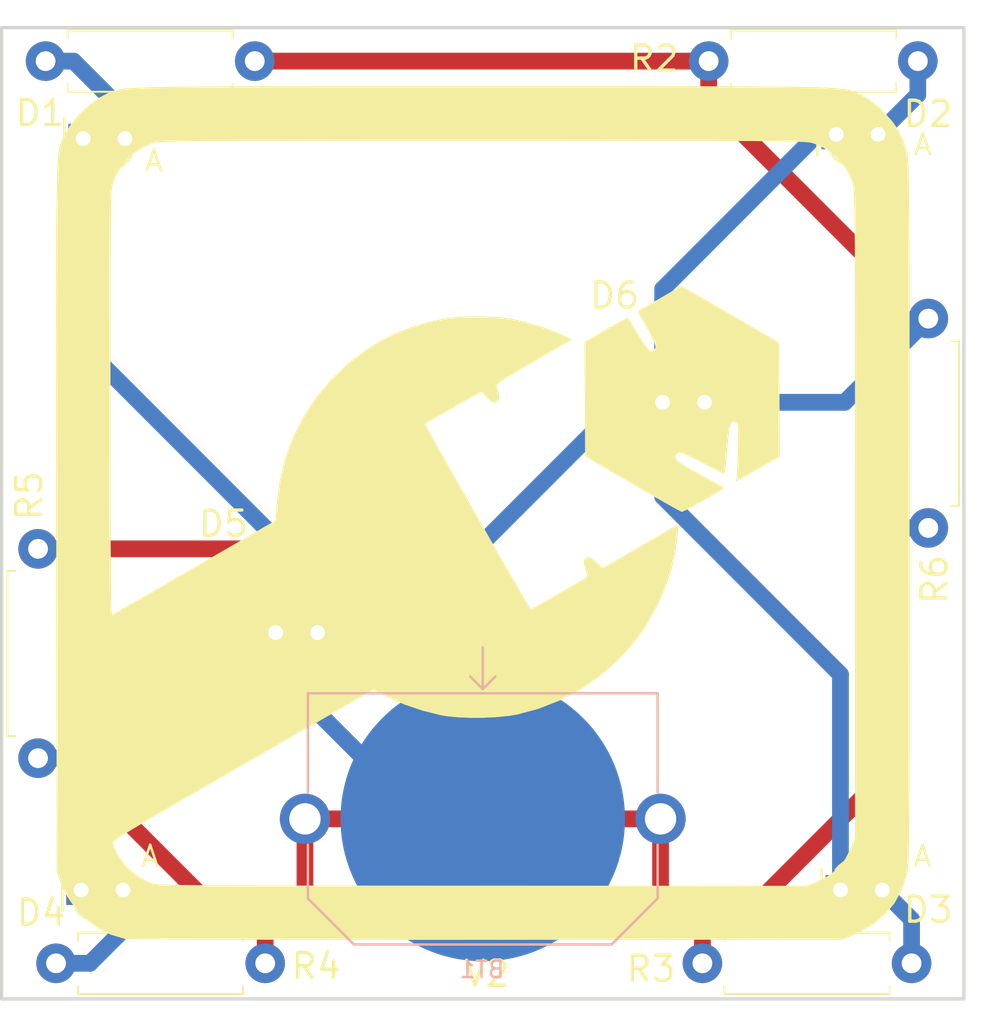
<source format=kicad_pcb>
(kicad_pcb (version 20211014) (generator pcbnew)
  (layers (0 "F.Cu" signal) (31 "B.Cu" signal) (34 "B.Paste" user) (35 "F.Paste" user) (36 "B.SilkS" user "B.Silkscreen") (37 "F.SilkS" user "F.Silkscreen") (38 "B.Mask" user) (39 "F.Mask" user) (44 "Edge.Cuts" user))
  (net 0 "")
  (net 1 "GND")
  (net 2 "Net-(D1-Pad2)")
  (net 3 "Net-(D2-Pad2)")
  (net 4 "Net-(D3-Pad2)")
  (net 5 "Net-(D4-Pad2)")
  (net 6 "Net-(D5-Pad2)")
  (net 7 "Net-(D6-Pad2)")
  (net 8 "Net-(BT1-Pad1)")
  (footprint "km-noob-badge-kit:km-logo" (layer "F.Cu") (at 150.368 83.566)
    (fp_text reference "KM_LOGO1" hide)
    (fp_text value "KM LOGO FOOTPRINT" hide)
    (fp_poly (pts (xy 17.991667 -10.353404) (xy 18.011727 -6.891202) (xy 18.031786 -3.429) (xy 17.208232 -2.963333) (xy 16.809195 -2.73729) (xy 16.403742 -2.506921) (xy 16.050792 -2.305732) (xy 15.88595 -2.211366) (xy 15.387222 -1.925066) (xy 15.440676 -2.465366) (xy 15.461161 -2.758837) (xy 15.479056 -3.17421) (xy 15.493341 -3.664062) (xy 15.502997 -4.18097) (xy 15.507005 -4.67751) (xy 15.504344 -5.106259) (xy 15.500791 -5.261441) (xy 15.438558 -5.459083) (xy 15.299872 -5.551936) (xy 15.134802 -5.513036) (xy 15.095433 -5.479719) (xy 15.034007 -5.35175) (xy 14.974165 -5.08787) (xy 14.914859 -4.680415) (xy 14.855043 -4.121724) (xy 14.793668 -3.404131) (xy 14.771113 -3.1071) (xy 14.740742 -2.779606) (xy 14.705879 -2.531546) (xy 14.672212 -2.399311) (xy 14.658612 -2.387433) (xy 14.567801 -2.432315) (xy 14.351534 -2.540955) (xy 14.035351 -2.700472) (xy 13.644792 -2.897983) (xy 13.27596 -3.084829) (xy 12.787709 -3.32973) (xy 12.426841 -3.503021) (xy 12.171505 -3.613109) (xy 11.999848 -3.6684) (xy 11.890019 -3.677302) (xy 11.820165 -3.64822) (xy 11.817381 -3.645962) (xy 11.717675 -3.543593) (xy 11.680163 -3.44002) (xy 11.717054 -3.32501) (xy 11.840557 -3.18833) (xy 12.062882 -3.019745) (xy 12.396239 -2.809023) (xy 12.852837 -2.545929) (xy 13.444886 -2.220231) (xy 13.6525 -2.107832) (xy 14.018382 -1.906989) (xy 14.323205 -1.733451) (xy 14.539615 -1.603264) (xy 14.64026 -1.532473) (xy 14.644153 -1.526133) (xy 14.572788 -1.466812) (xy 14.381584 -1.344413) (xy 14.100101 -1.175562) (xy 13.757901 -0.976884) (xy 13.384547 -0.765007) (xy 13.0096 -0.556556) (xy 12.662622 -0.368159) (xy 12.373173 -0.216442) (xy 12.170817 -0.118031) (xy 12.08844 -0.088719) (xy 11.993637 -0.131025) (xy 11.769218 -0.24996) (xy 11.431529 -0.436307) (xy 10.996916 -0.680852) (xy 10.481725 -0.974379) (xy 9.902301 -1.307674) (xy 9.274991 -1.671521) (xy 9.101667 -1.772555) (xy 6.223 -3.452337) (xy 6.200902 -6.924326) (xy 6.178803 -10.396315) (xy 7.440174 -11.124824) (xy 7.857721 -11.363601) (xy 8.225543 -11.569445) (xy 8.51824 -11.728502) (xy 8.710411 -11.826918) (xy 8.774606 -11.852681) (xy 8.854838 -11.7846) (xy 8.97702 -11.612101) (xy 9.047512 -11.492848) (xy 9.253144 -11.138092) (xy 9.477319 -10.775357) (xy 9.699119 -10.435786) (xy 9.897623 -10.150519) (xy 10.051915 -9.950697) (xy 10.138834 -9.868234) (xy 10.334811 -9.863004) (xy 10.469619 -9.983566) (xy 10.496439 -10.105558) (xy 10.451414 -10.278899) (xy 10.326851 -10.570796) (xy 10.134614 -10.957258) (xy 9.886569 -11.414295) (xy 9.627476 -11.862676) (xy 9.395768 -12.253019) (xy 10.391718 -12.826802) (xy 10.793769 -13.058473) (xy 11.174469 -13.27792) (xy 11.493573 -13.461938) (xy 11.710834 -13.587322) (xy 11.727523 -13.596963) (xy 12.067379 -13.793342) (xy 17.991667 -10.353404)) (layer "F.SilkS") (width 0.01) (fill solid))
    (fp_poly (pts (xy -6.08759 -25.905587) (xy -4.110666 -25.905372) (xy -1.9762 -25.905146) (xy 0 -25.90506) (xy 2.275696 -25.905172) (xy 4.388384 -25.905405) (xy 6.344391 -25.905607) (xy 8.150043 -25.905622) (xy 9.811666 -25.905299) (xy 11.335585 -25.904482) (xy 12.728128 -25.903018) (xy 13.995619 -25.900753) (xy 15.144385 -25.897534) (xy 16.180752 -25.893207) (xy 17.111045 -25.887619) (xy 17.941592 -25.880615) (xy 18.678717 -25.872041) (xy 19.328746 -25.861745) (xy 19.898007 -25.849573) (xy 20.392824 -25.83537) (xy 20.819524 -25.818984) (xy 21.184432 -25.800259) (xy 21.493875 -25.779044) (xy 21.754179 -25.755183) (xy 21.971669 -25.728524) (xy 22.152672 -25.698912) (xy 22.303514 -25.666194) (xy 22.43052 -25.630216) (xy 22.540017 -25.590825) (xy 22.63833 -25.547866) (xy 22.731786 -25.501187) (xy 22.82671 -25.450633) (xy 22.929429 -25.39605) (xy 23.029334 -25.345521) (xy 23.422265 -25.127828) (xy 23.788781 -24.862978) (xy 24.180289 -24.512049) (xy 24.344759 -24.34959) (xy 24.864654 -23.772007) (xy 25.254087 -23.20452) (xy 25.541452 -22.598583) (xy 25.740746 -21.962871) (xy 25.758357 -21.891479) (xy 25.774687 -21.815924) (xy 25.789784 -21.729852) (xy 25.803697 -21.62691) (xy 25.816473 -21.500743) (xy 25.828161 -21.344997) (xy 25.838809 -21.15332) (xy 25.848467 -20.919356) (xy 25.857181 -20.636752) (xy 25.865002 -20.299154) (xy 25.871976 -19.900209) (xy 25.878153 -19.433562) (xy 25.883581 -18.89286) (xy 25.888308 -18.271748) (xy 25.892382 -17.563874) (xy 25.895853 -16.762882) (xy 25.898767 -15.86242) (xy 25.901175 -14.856133) (xy 25.903124 -13.737667) (xy 25.904662 -12.500669) (xy 25.905838 -11.138785) (xy 25.9067 -9.645661) (xy 25.907297 -8.014942) (xy 25.907678 -6.240276) (xy 25.907889 -4.315309) (xy 25.907981 -2.233685) (xy 25.908 0) (xy 25.907983 2.24351) (xy 25.9079 4.324044) (xy 25.907702 6.247957) (xy 25.907339 8.021607) (xy 25.906763 9.651349) (xy 25.905924 11.143541) (xy 25.904773 12.504539) (xy 25.903262 13.740699) (xy 25.901341 14.858379) (xy 25.898961 15.863934) (xy 25.896073 16.763721) (xy 25.892628 17.564097) (xy 25.888578 18.271418) (xy 25.883872 18.892041) (xy 25.878461 19.432322) (xy 25.872298 19.898618) (xy 25.865332 20.297286) (xy 25.857515 20.634682) (xy 25.848797 20.917162) (xy 25.83913 21.151083) (xy 25.828464 21.342802) (xy 25.816751 21.498676) (xy 25.80394 21.625059) (xy 25.789984 21.728311) (xy 25.774833 21.814786) (xy 25.758438 21.890841) (xy 25.74075 21.962834) (xy 25.738384 21.972107) (xy 25.430761 22.867758) (xy 24.991747 23.659135) (xy 24.419371 24.34835) (xy 23.711661 24.937511) (xy 22.866648 25.428731) (xy 22.271406 25.685608) (xy 21.801667 25.865667) (xy 0.211667 25.878045) (xy -1.692925 25.87887) (xy -3.555173 25.879154) (xy -5.36783 25.878914) (xy -7.123648 25.878169) (xy -8.815381 25.876938) (xy -10.435779 25.875239) (xy -11.977597 25.873091) (xy -13.433585 25.870512) (xy -14.796496 25.867521) (xy -16.059084 25.864136) (xy -17.214099 25.860376) (xy -18.254296 25.856259) (xy -19.172425 25.851805) (xy -19.961239 25.84703) (xy -20.613491 25.841955) (xy -21.121933 25.836598) (xy -21.479318 25.830976) (xy -21.678398 25.825109) (xy -21.717 25.821958) (xy -22.575544 25.564151) (xy -23.376123 25.157853) (xy -24.100888 24.619084) (xy -24.731988 23.963864) (xy -25.251573 23.208216) (xy -25.641793 22.36816) (xy -25.677408 22.267334) (xy -25.865666 21.717) (xy -25.887805 0.274412) (xy -25.890283 -2.015532) (xy -25.892719 -4.14243) (xy -25.894965 -6.112567) (xy -25.895563 -6.682279) (xy -22.606 -6.682279) (xy -22.605754 -4.896738) (xy -22.604979 -3.273787) (xy -22.60362 -1.806684) (xy -22.601621 -0.488687) (xy -22.598926 0.686948) (xy -22.59548 1.726961) (xy -22.591227 2.638097) (xy -22.586112 3.427096) (xy -22.580079 4.100702) (xy -22.573073 4.665657) (xy -22.565037 5.128703) (xy -22.555916 5.496583) (xy -22.545656 5.776039) (xy -22.534199 5.973813) (xy -22.521491 6.096649) (xy -22.507476 6.151287) (xy -22.500166 6.155229) (xy -22.410531 6.106438) (xy -22.186655 5.979935) (xy -21.840873 5.7828) (xy -21.385517 5.522117) (xy -20.83292 5.204965) (xy -20.195415 4.838429) (xy -19.485336 4.429588) (xy -18.715016 3.985526) (xy -17.896787 3.513323) (xy -17.483666 3.274719) (xy -12.573 0.437764) (xy -12.516393 -0.462279) (xy -12.344022 -1.887677) (xy -12.013149 -3.264683) (xy -11.53027 -4.582976) (xy -10.90188 -5.832235) (xy -10.134474 -7.002141) (xy -9.23455 -8.082374) (xy -8.208601 -9.062613) (xy -7.063124 -9.932539) (xy -6.230276 -10.449529) (xy -5.344216 -10.892164) (xy -4.349737 -11.280942) (xy -3.304171 -11.596649) (xy -2.26485 -11.820071) (xy -2.032 -11.856488) (xy -1.501243 -11.909662) (xy -0.861209 -11.937421) (xy -0.167869 -11.940447) (xy 0.522809 -11.919421) (xy 1.154856 -11.875025) (xy 1.651 -11.811654) (xy 2.259272 -11.683858) (xy 2.94314 -11.501904) (xy 3.642039 -11.284647) (xy 4.295405 -11.050941) (xy 4.842673 -10.81964) (xy 4.852656 -10.814914) (xy 5.429645 -10.541) (xy 3.116989 -9.210917) (xy 2.436668 -8.815621) (xy 1.865872 -8.475575) (xy 1.412634 -8.195851) (xy 1.084984 -7.981521) (xy 0.890955 -7.837654) (xy 0.837452 -7.771583) (xy 0.950771 -7.350411) (xy 0.993045 -7.058581) (xy 0.966642 -6.872841) (xy 0.934389 -6.819348) (xy 0.761671 -6.701716) (xy 0.559136 -6.738571) (xy 0.317396 -6.93278) (xy 0.223412 -7.036559) (xy -0.074371 -7.384452) (xy -1.751686 -6.431152) (xy -2.235854 -6.155149) (xy -2.670989 -5.905524) (xy -3.035328 -5.694891) (xy -3.307109 -5.535862) (xy -3.464572 -5.441049) (xy -3.494036 -5.421323) (xy -3.459467 -5.344691) (xy -3.348159 -5.135115) (xy -3.167954 -4.806347) (xy -2.926696 -4.372138) (xy -2.63223 -3.846239) (xy -2.292399 -3.242401) (xy -1.915046 -2.574376) (xy -1.508015 -1.855915) (xy -1.07915 -1.100769) (xy -0.636294 -0.322689) (xy -0.187292 0.464572) (xy 0.260014 1.247265) (xy 0.69778 2.011637) (xy 1.118161 2.743937) (xy 1.513315 3.430415) (xy 1.875398 4.057319) (xy 2.196566 4.610897) (xy 2.468975 5.077398) (xy 2.684782 5.443071) (xy 2.836142 5.694166) (xy 2.915214 5.816929) (xy 2.918948 5.821747) (xy 2.992361 5.786837) (xy 3.187 5.680537) (xy 3.478052 5.517172) (xy 3.840706 5.311066) (xy 4.25015 5.076545) (xy 4.681573 4.827932) (xy 5.110163 4.579555) (xy 5.511109 4.345736) (xy 5.859599 4.140801) (xy 6.130821 3.979075) (xy 6.299964 3.874883) (xy 6.343815 3.844408) (xy 6.339464 3.750062) (xy 6.28653 3.550466) (xy 6.23593 3.399758) (xy 6.14441 3.057568) (xy 6.163158 2.827528) (xy 6.295584 2.690426) (xy 6.367002 2.661604) (xy 6.507413 2.664728) (xy 6.685681 2.770306) (xy 6.903933 2.966866) (xy 7.270173 3.326304) (xy 9.371253 2.11389) (xy 9.922127 1.795569) (xy 10.433435 1.499272) (xy 10.884362 1.237126) (xy 11.254095 1.021258) (xy 11.52182 0.863796) (xy 11.666722 0.776868) (xy 11.676569 0.770668) (xy 11.880805 0.639859) (xy 11.821078 1.356033) (xy 11.688963 2.392261) (xy 11.462579 3.390265) (xy 11.129141 4.394278) (xy 10.675868 5.448537) (xy 10.581622 5.644883) (xy 9.897322 6.859882) (xy 9.078137 7.981292) (xy 8.136024 8.999857) (xy 7.082938 9.906317) (xy 5.930835 10.691417) (xy 4.691671 11.345898) (xy 3.377401 11.860502) (xy 2.112998 12.202274) (xy 1.521364 12.299297) (xy 0.821623 12.366132) (xy 0.06116 12.402272) (xy -0.712637 12.407208) (xy -1.452383 12.380433) (xy -2.110692 12.321439) (xy -2.54 12.25214) (xy -3.648803 11.972909) (xy -4.725645 11.609133) (xy -5.70707 11.18251) (xy -5.790876 11.140595) (xy -6.644915 10.708113) (xy -14.582937 15.278624) (xy -15.843465 16.004704) (xy -16.964889 16.651427) (xy -17.95508 17.223526) (xy -18.821913 17.725737) (xy -19.573258 18.162793) (xy -20.216988 18.53943) (xy -20.760976 18.860382) (xy -21.213095 19.130383) (xy -21.581217 19.354168) (xy -21.873213 19.536471) (xy -22.096958 19.682027) (xy -22.260323 19.795571) (xy -22.371181 19.881837) (xy -22.437405 19.94556) (xy -22.466866 19.991474) (xy -22.468585 20.021067) (xy -22.172268 20.711387) (xy -21.735502 21.330403) (xy -21.179898 21.855893) (xy -20.527071 22.265637) (xy -20.115449 22.440412) (xy -20.062861 22.457208) (xy -19.998761 22.472736) (xy -19.916606 22.48705) (xy -19.809854 22.500201) (xy -19.671963 22.512242) (xy -19.49639 22.523224) (xy -19.276594 22.533198) (xy -19.006032 22.542218) (xy -18.678161 22.550334) (xy -18.286441 22.5576) (xy -17.824328 22.564066) (xy -17.285279 22.569784) (xy -16.662754 22.574807) (xy -15.950209 22.579187) (xy -15.141103 22.582974) (xy -14.228893 22.586222) (xy -13.207036 22.588982) (xy -12.068991 22.591306) (xy -10.808216 22.593246) (xy -9.418168 22.594854) (xy -7.892304 22.596181) (xy -6.224084 22.59728) (xy -4.406963 22.598203) (xy -2.434401 22.599001) (xy -0.299855 22.599727) (xy -0.025018 22.599814) (xy 19.634964 22.606) (xy 20.180263 22.408067) (xy 20.898614 22.061727) (xy 21.508362 21.587448) (xy 22.000495 20.994243) (xy 22.365999 20.291125) (xy 22.408067 20.180263) (xy 22.606 19.634964) (xy 22.606 0.009403) (xy 22.60597 -2.141568) (xy 22.605844 -4.129777) (xy 22.605569 -5.961797) (xy 22.605093 -7.6442) (xy 22.604365 -9.183558) (xy 22.60333 -10.586441) (xy 22.601936 -11.859424) (xy 22.600132 -13.009077) (xy 22.597864 -14.041972) (xy 22.59508 -14.964681) (xy 22.591728 -15.783777) (xy 22.587755 -16.505832) (xy 22.583108 -17.137416) (xy 22.577734 -17.685103) (xy 22.571582 -18.155464) (xy 22.564599 -18.555072) (xy 22.556733 -18.890497) (xy 22.54793 -19.168313) (xy 22.538138 -19.39509) (xy 22.527305 -19.577402) (xy 22.515378 -19.72182) (xy 22.502305 -19.834916) (xy 22.488033 -19.923262) (xy 22.472509 -19.99343) (xy 22.455682 -20.051991) (xy 22.445417 -20.082899) (xy 22.192043 -20.667074) (xy 21.846883 -21.176955) (xy 21.450435 -21.598238) (xy 21.015295 -21.971435) (xy 20.598283 -22.234283) (xy 20.135775 -22.424727) (xy 19.987133 -22.470927) (xy 19.924991 -22.485858) (xy 19.839859 -22.499659) (xy 19.725254 -22.512374) (xy 19.5747 -22.524046) (xy 19.381714 -22.53472) (xy 19.139819 -22.544439) (xy 18.842534 -22.553247) (xy 18.483379 -22.561188) (xy 18.055875 -22.568305) (xy 17.553542 -22.574643) (xy 16.969901 -22.580244) (xy 16.298471 -22.585153) (xy 15.532774 -22.589414) (xy 14.666328 -22.59307) (xy 13.692656 -22.596164) (xy 12.605276 -22.598742) (xy 11.39771 -22.600846) (xy 10.063477 -22.60252) (xy 8.596098 -22.603808) (xy 6.989093 -22.604753) (xy 5.235983 -22.605401) (xy 3.330288 -22.605793) (xy 1.265528 -22.605974) (xy -0.018038 -22.606) (xy -2.16261 -22.60599) (xy -4.144454 -22.605921) (xy -5.970177 -22.605736) (xy -7.646383 -22.605377) (xy -9.179679 -22.604787) (xy -10.57667 -22.603907) (xy -11.843962 -22.602681) (xy -12.988161 -22.601051) (xy -14.015872 -22.598959) (xy -14.933702 -22.596347) (xy -15.748255 -22.593158) (xy -16.466138 -22.589334) (xy -17.093956 -22.584818) (xy -17.638315 -22.579552) (xy -18.105821 -22.573478) (xy -18.50308 -22.566539) (xy -18.836696 -22.558678) (xy -19.113277 -22.549835) (xy -19.339427 -22.539955) (xy -19.521752 -22.528979) (xy -19.666858 -22.51685) (xy -19.781352 -22.50351) (xy -19.871837 -22.488902) (xy -19.944921 -22.472967) (xy -20.007209 -22.455648) (xy -20.065307 -22.436889) (xy -20.082816 -22.431001) (xy -20.793622 -22.104966) (xy -21.414288 -21.644334) (xy -21.926234 -21.067666) (xy -22.310881 -20.393524) (xy -22.429782 -20.086435) (xy -22.453389 -20.014664) (xy -22.474788 -19.940774) (xy -22.494087 -19.856516) (xy -22.511394 -19.753639) (xy -22.526818 -19.623894) (xy -22.540467 -19.459031) (xy -22.55245 -19.250799) (xy -22.562876 -18.990948) (xy -22.571852 -18.671229) (xy -22.579487 -18.283392) (xy -22.58589 -17.819186) (xy -22.591169 -17.270362) (xy -22.595432 -16.62867) (xy -22.598789 -15.885859) (xy -22.601347 -15.033679) (xy -22.603215 -14.063881) (xy -22.604501 -12.968215) (xy -22.605314 -11.73843) (xy -22.605763 -10.366277) (xy -22.605955 -8.843505) (xy -22.605999 -7.161865) (xy -22.606 -6.682279) (xy -25.895563 -6.682279) (xy -25.896876 -7.932229) (xy -25.898306 -9.607704) (xy -25.899108 -11.145276) (xy -25.899135 -12.551233) (xy -25.898243 -13.831861) (xy -25.896284 -14.993447) (xy -25.893112 -16.042275) (xy -25.888582 -16.984634) (xy -25.882545 -17.826808) (xy -25.874858 -18.575085) (xy -25.865372 -19.235751) (xy -25.853942 -19.815092) (xy -25.840422 -20.319394) (xy -25.824665 -20.754943) (xy -25.806526 -21.128027) (xy -25.785857 -21.444931) (xy -25.762513 -21.711941) (xy -25.736347 -21.935344) (xy -25.707213 -22.121427) (xy -25.674965 -22.276475) (xy -25.639456 -22.406774) (xy -25.600541 -22.518612) (xy -25.558073 -22.618274) (xy -25.511905 -22.712047) (xy -25.461892 -22.806217) (xy -25.407887 -22.907071) (xy -25.349744 -23.020894) (xy -25.345602 -23.029333) (xy -24.985403 -23.621299) (xy -24.503691 -24.204122) (xy -23.944585 -24.733684) (xy -23.352203 -25.165869) (xy -23.029333 -25.345521) (xy -22.914784 -25.403708) (xy -22.813495 -25.457735) (xy -22.719142 -25.507753) (xy -22.625397 -25.553918) (xy -22.525936 -25.596383) (xy -22.414432 -25.635301) (xy -22.284558 -25.670827) (xy -22.12999 -25.703114) (xy -21.944401 -25.732316) (xy -21.721464 -25.758586) (xy -21.454855 -25.782078) (xy -21.138247 -25.802946) (xy -20.765315 -25.821344) (xy -20.329731 -25.837425) (xy -19.82517 -25.851343) (xy -19.245307 -25.863251) (xy -18.583815 -25.873304) (xy -17.834368 -25.881655) (xy -16.99064 -25.888458) (xy -16.046305 -25.893866) (xy -14.995038 -25.898033) (xy -13.830512 -25.901113) (xy -12.546401 -25.90326) (xy -11.136379 -25.904627) (xy -9.594121 -25.905368) (xy -7.9133 -25.905637) (xy -6.08759 -25.905587)) (layer "F.SilkS") (width 0.01) (fill solid))
  )
  (footprint "Resistors_THT:R_Axial_DIN0411_L9.9mm_D3.6mm_P12.70mm_Horizontal" (layer "F.Cu") (at 136.525 56.134 180)
    (fp_text reference "R1" (at 6.35 -2.86 180) (layer "F.SilkS"))
    (fp_text value "51")
    (fp_line (start 11.36 1.86) (end 11.36 1.38) (layer "F.SilkS") (width 0.12))
    (fp_line (start 1.34 -1.38) (end 1.34 -1.86) (layer "F.SilkS") (width 0.12))
    (fp_line (start 1.34 1.38) (end 1.34 1.86) (layer "F.SilkS") (width 0.12))
    (fp_line (start 11.36 -1.86) (end 11.36 -1.38) (layer "F.SilkS") (width 0.12))
    (fp_line (start 1.34 1.86) (end 11.36 1.86) (layer "F.SilkS") (width 0.12))
    (fp_line (start 1.34 -1.86) (end 11.36 -1.86) (layer "F.SilkS") (width 0.12))
    (pad "1" thru_hole circle locked (at 0 0 180) (size 2.4 2.4) (drill 1.2) (layers *.Cu *.Mask) (net 8 "Net-(BT1-Pad1)"))
    (pad "2" thru_hole oval locked (at 12.7 0 180) (size 2.4 2.4) (drill 1.2) (layers *.Cu *.Mask) (net 2 "Net-(D1-Pad2)"))
  )
  (footprint "Resistors_THT:R_Axial_DIN0411_L9.9mm_D3.6mm_P12.70mm_Horizontal" (layer "F.Cu") (at 164.084 56.134)
    (fp_text reference "R2" (at -3.302 -0.1524) (layer "F.SilkS") (effects (font (size 1.524 1.524) (thickness 0.2032))))
    (fp_text value "51")
    (fp_line (start 11.36 -1.86) (end 11.36 -1.38) (layer "F.SilkS") (width 0.12))
    (fp_line (start 1.34 -1.86) (end 11.36 -1.86) (layer "F.SilkS") (width 0.12))
    (fp_line (start 1.34 -1.38) (end 1.34 -1.86) (layer "F.SilkS") (width 0.12))
    (fp_line (start 1.34 1.86) (end 11.36 1.86) (layer "F.SilkS") (width 0.12))
    (fp_line (start 11.36 1.86) (end 11.36 1.38) (layer "F.SilkS") (width 0.12))
    (fp_line (start 1.34 1.38) (end 1.34 1.86) (layer "F.SilkS") (width 0.12))
    (pad "1" thru_hole circle locked (at 0 0) (size 2.4 2.4) (drill 1.2) (layers *.Cu *.Mask) (net 8 "Net-(BT1-Pad1)"))
    (pad "2" thru_hole oval locked (at 12.7 0) (size 2.4 2.4) (drill 1.2) (layers *.Cu *.Mask) (net 3 "Net-(D2-Pad2)"))
  )
  (footprint "Resistors_THT:R_Axial_DIN0411_L9.9mm_D3.6mm_P12.70mm_Horizontal" (layer "F.Cu") (at 163.703 110.871)
    (fp_text reference "R3" (at -3.1242 0.3302) (layer "F.SilkS") (effects (font (size 1.524 1.524) (thickness 0.2032))))
    (fp_text value "51")
    (fp_line (start 1.34 -1.38) (end 1.34 -1.86) (layer "F.SilkS") (width 0.12))
    (fp_line (start 11.36 -1.86) (end 11.36 -1.38) (layer "F.SilkS") (width 0.12))
    (fp_line (start 1.34 1.38) (end 1.34 1.86) (layer "F.SilkS") (width 0.12))
    (fp_line (start 1.34 -1.86) (end 11.36 -1.86) (layer "F.SilkS") (width 0.12))
    (fp_line (start 11.36 1.86) (end 11.36 1.38) (layer "F.SilkS") (width 0.12))
    (fp_line (start 1.34 1.86) (end 11.36 1.86) (layer "F.SilkS") (width 0.12))
    (pad "1" thru_hole circle locked (at 0 0) (size 2.4 2.4) (drill 1.2) (layers *.Cu *.Mask) (net 8 "Net-(BT1-Pad1)"))
    (pad "2" thru_hole oval locked (at 12.7 0) (size 2.4 2.4) (drill 1.2) (layers *.Cu *.Mask) (net 4 "Net-(D3-Pad2)"))
  )
  (footprint "Resistors_THT:R_Axial_DIN0411_L9.9mm_D3.6mm_P12.70mm_Horizontal" (layer "F.Cu") (at 137.16 110.871 180)
    (fp_text reference "R4" (at -3.0988 -0.1778 180) (layer "F.SilkS") (effects (font (size 1.524 1.524) (thickness 0.2032))))
    (fp_text value "51")
    (fp_line (start 1.34 -1.38) (end 1.34 -1.86) (layer "F.SilkS") (width 0.12))
    (fp_line (start 11.36 -1.86) (end 11.36 -1.38) (layer "F.SilkS") (width 0.12))
    (fp_line (start 1.34 -1.86) (end 11.36 -1.86) (layer "F.SilkS") (width 0.12))
    (fp_line (start 11.36 1.86) (end 11.36 1.38) (layer "F.SilkS") (width 0.12))
    (fp_line (start 1.34 1.86) (end 11.36 1.86) (layer "F.SilkS") (width 0.12))
    (fp_line (start 1.34 1.38) (end 1.34 1.86) (layer "F.SilkS") (width 0.12))
    (pad "1" thru_hole circle locked (at 0 0 180) (size 2.4 2.4) (drill 1.2) (layers *.Cu *.Mask) (net 8 "Net-(BT1-Pad1)"))
    (pad "2" thru_hole oval locked (at 12.7 0 180) (size 2.4 2.4) (drill 1.2) (layers *.Cu *.Mask) (net 5 "Net-(D4-Pad2)"))
  )
  (footprint "Resistors_THT:R_Axial_DIN0411_L9.9mm_D3.6mm_P12.70mm_Horizontal" (layer "F.Cu") (at 123.3678 98.425 90)
    (fp_text reference "R5" (at 15.9258 -0.5334 90) (layer "F.SilkS") (effects (font (size 1.524 1.524) (thickness 0.2032))))
    (fp_text value "51")
    (fp_line (start 1.34 1.86) (end 11.36 1.86) (layer "F.SilkS") (width 0.12))
    (fp_line (start 1.34 -1.86) (end 11.36 -1.86) (layer "F.SilkS") (width 0.12))
    (fp_line (start 1.34 1.38) (end 1.34 1.86) (layer "F.SilkS") (width 0.12))
    (fp_line (start 11.36 -1.86) (end 11.36 -1.38) (layer "F.SilkS") (width 0.12))
    (fp_line (start 1.34 -1.38) (end 1.34 -1.86) (layer "F.SilkS") (width 0.12))
    (fp_line (start 11.36 1.86) (end 11.36 1.38) (layer "F.SilkS") (width 0.12))
    (pad "1" thru_hole circle locked (at 0 0 90) (size 2.4 2.4) (drill 1.2) (layers *.Cu *.Mask) (net 8 "Net-(BT1-Pad1)"))
    (pad "2" thru_hole oval locked (at 12.7 0 90) (size 2.4 2.4) (drill 1.2) (layers *.Cu *.Mask) (net 6 "Net-(D5-Pad2)"))
  )
  (footprint "Resistors_THT:R_Axial_DIN0411_L9.9mm_D3.6mm_P12.70mm_Horizontal" (layer "F.Cu") (at 177.419 84.455 90)
    (fp_text reference "R6" (at -3.1242 0.381 90) (layer "F.SilkS") (effects (font (size 1.524 1.524) (thickness 0.2032))))
    (fp_text value "51")
    (fp_line (start 1.34 1.38) (end 1.34 1.86) (layer "F.SilkS") (width 0.12))
    (fp_line (start 1.34 1.86) (end 11.36 1.86) (layer "F.SilkS") (width 0.12))
    (fp_line (start 11.36 -1.86) (end 11.36 -1.38) (layer "F.SilkS") (width 0.12))
    (fp_line (start 1.34 -1.86) (end 11.36 -1.86) (layer "F.SilkS") (width 0.12))
    (fp_line (start 1.34 -1.38) (end 1.34 -1.86) (layer "F.SilkS") (width 0.12))
    (fp_line (start 11.36 1.86) (end 11.36 1.38) (layer "F.SilkS") (width 0.12))
    (pad "1" thru_hole circle locked (at 0 0 90) (size 2.4 2.4) (drill 1.2) (layers *.Cu *.Mask) (net 8 "Net-(BT1-Pad1)"))
    (pad "2" thru_hole oval locked (at 12.7 0 90) (size 2.4 2.4) (drill 1.2) (layers *.Cu *.Mask) (net 7 "Net-(D6-Pad2)"))
  )
  (footprint "Rays Footprints:LED_D3.0mm" (layer "F.Cu") (at 126.111 60.833)
    (fp_text reference "D1" (at -2.6162 -1.5494) (layer "F.SilkS") (effects (font (size 1.524 1.524) (thickness 0.2032))))
    (fp_text value "LED")
    (fp_line (start -0.29 1.08) (end -0.29 1.236) (layer "F.SilkS") (width 0.12))
    (fp_line (start -1.143 -1.27) (end -1.143 1.27) (layer "F.SilkS") (width 0.15))
    (fp_line (start -0.29 -1.236) (end -0.29 -1.08) (layer "F.SilkS") (width 0.12))
    (fp_arc (start -0.29 -1.235516) (mid 1.366487 -1.987659) (end 2.942335 -1.078608) (layer "F.SilkS") (width 0.12))
    (fp_arc (start 2.31113 1.079837) (mid 1.270117 1.5) (end 0.229039 1.08) (layer "F.SilkS") (width 0.12))
    (fp_arc (start 0.229039 -1.08) (mid 1.270117 -1.5) (end 2.31113 -1.079837) (layer "F.SilkS") (width 0.12))
    (fp_arc (start 2.942335 1.078608) (mid 1.366487 1.987659) (end -0.29 1.235516) (layer "F.SilkS") (width 0.12))
    (pad "1" thru_hole rect locked (at 0 0) (size 1.8 1.8) (drill 0.9) (layers *.Cu *.Mask) (net 1 "GND"))
    (pad "2" thru_hole circle locked (at 2.54 0) (size 1.8 1.8) (drill 0.9) (layers *.Cu *.Mask) (net 2 "Net-(D1-Pad2)"))
  )
  (footprint "Rays Footprints:LED_D3.0mm" (layer "F.Cu") (at 171.831 60.579)
    (fp_text reference "D2" (at 5.5626 -1.2446) (layer "F.SilkS") (effects (font (size 1.524 1.524) (thickness 0.2032))))
    (fp_text value "LED")
    (fp_line (start -1.143 -1.27) (end -1.143 1.27) (layer "F.SilkS") (width 0.15))
    (fp_line (start -0.29 -1.236) (end -0.29 -1.08) (layer "F.SilkS") (width 0.12))
    (fp_line (start -0.29 1.08) (end -0.29 1.236) (layer "F.SilkS") (width 0.12))
    (fp_arc (start 2.31113 1.079837) (mid 1.270117 1.5) (end 0.229039 1.08) (layer "F.SilkS") (width 0.12))
    (fp_arc (start 0.229039 -1.08) (mid 1.270117 -1.5) (end 2.31113 -1.079837) (layer "F.SilkS") (width 0.12))
    (fp_arc (start 2.942335 1.078608) (mid 1.366487 1.987659) (end -0.29 1.235516) (layer "F.SilkS") (width 0.12))
    (fp_arc (start -0.29 -1.235516) (mid 1.366487 -1.987659) (end 2.942335 -1.078608) (layer "F.SilkS") (width 0.12))
    (pad "1" thru_hole rect locked (at 0 0) (size 1.8 1.8) (drill 0.9) (layers *.Cu *.Mask) (net 1 "GND"))
    (pad "2" thru_hole circle locked (at 2.54 0) (size 1.8 1.8) (drill 0.9) (layers *.Cu *.Mask) (net 3 "Net-(D2-Pad2)"))
  )
  (footprint "Rays Footprints:LED_D3.0mm" (layer "F.Cu") (at 172.085 106.426)
    (fp_text reference "D3" (at 5.334 1.1938) (layer "F.SilkS") (effects (font (size 1.524 1.524) (thickness 0.2032))))
    (fp_text value "LED")
    (fp_line (start -0.29 1.08) (end -0.29 1.236) (layer "F.SilkS") (width 0.12))
    (fp_line (start -0.29 -1.236) (end -0.29 -1.08) (layer "F.SilkS") (width 0.12))
    (fp_line (start -1.143 -1.27) (end -1.143 1.27) (layer "F.SilkS") (width 0.15))
    (fp_arc (start 0.229039 -1.08) (mid 1.270117 -1.5) (end 2.31113 -1.079837) (layer "F.SilkS") (width 0.12))
    (fp_arc (start 2.942335 1.078608) (mid 1.366487 1.987659) (end -0.29 1.235516) (layer "F.SilkS") (width 0.12))
    (fp_arc (start 2.31113 1.079837) (mid 1.270117 1.5) (end 0.229039 1.08) (layer "F.SilkS") (width 0.12))
    (fp_arc (start -0.29 -1.235516) (mid 1.366487 -1.987659) (end 2.942335 -1.078608) (layer "F.SilkS") (width 0.12))
    (pad "1" thru_hole rect locked (at 0 0) (size 1.8 1.8) (drill 0.9) (layers *.Cu *.Mask) (net 1 "GND"))
    (pad "2" thru_hole circle locked (at 2.54 0) (size 1.8 1.8) (drill 0.9) (layers *.Cu *.Mask) (net 4 "Net-(D3-Pad2)"))
  )
  (footprint "Rays Footprints:LED_D3.0mm" (layer "F.Cu") (at 125.984 106.426)
    (fp_text reference "D4" (at -2.4384 1.3716) (layer "F.SilkS") (effects (font (size 1.524 1.524) (thickness 0.2032))))
    (fp_text value "LED")
    (fp_line (start -1.143 -1.27) (end -1.143 1.27) (layer "F.SilkS") (width 0.15))
    (fp_line (start -0.29 1.08) (end -0.29 1.236) (layer "F.SilkS") (width 0.12))
    (fp_line (start -0.29 -1.236) (end -0.29 -1.08) (layer "F.SilkS") (width 0.12))
    (fp_arc (start 0.229039 -1.08) (mid 1.270117 -1.5) (end 2.31113 -1.079837) (layer "F.SilkS") (width 0.12))
    (fp_arc (start 2.942335 1.078608) (mid 1.366487 1.987659) (end -0.29 1.235516) (layer "F.SilkS") (width 0.12))
    (fp_arc (start 2.31113 1.079837) (mid 1.270117 1.5) (end 0.229039 1.08) (layer "F.SilkS") (width 0.12))
    (fp_arc (start -0.29 -1.235516) (mid 1.366487 -1.987659) (end 2.942335 -1.078608) (layer "F.SilkS") (width 0.12))
    (pad "1" thru_hole rect locked (at 0 0) (size 1.8 1.8) (drill 0.9) (layers *.Cu *.Mask) (net 1 "GND"))
    (pad "2" thru_hole circle locked (at 2.54 0) (size 1.8 1.8) (drill 0.9) (layers *.Cu *.Mask) (net 5 "Net-(D4-Pad2)"))
  )
  (footprint "Rays Footprints:LED_D3.0mm" (layer "F.Cu") (at 137.795 90.805)
    (fp_text reference "D5" (at -3.175 -6.604) (layer "F.SilkS") (effects (font (size 1.524 1.524) (thickness 0.2032))))
    (fp_text value "LED")
    (fp_line (start -0.29 1.08) (end -0.29 1.236) (layer "F.SilkS") (width 0.12))
    (fp_line (start -0.29 -1.236) (end -0.29 -1.08) (layer "F.SilkS") (width 0.12))
    (fp_line (start -1.143 -1.27) (end -1.143 1.27) (layer "F.SilkS") (width 0.15))
    (fp_arc (start 2.31113 1.079837) (mid 1.270117 1.5) (end 0.229039 1.08) (layer "F.SilkS") (width 0.12))
    (fp_arc (start 2.942335 1.078608) (mid 1.366487 1.987659) (end -0.29 1.235516) (layer "F.SilkS") (width 0.12))
    (fp_arc (start 0.229039 -1.08) (mid 1.270117 -1.5) (end 2.31113 -1.079837) (layer "F.SilkS") (width 0.12))
    (fp_arc (start -0.29 -1.235516) (mid 1.366487 -1.987659) (end 2.942335 -1.078608) (layer "F.SilkS") (width 0.12))
    (pad "1" thru_hole rect locked (at 0 0) (size 1.8 1.8) (drill 0.9) (layers *.Cu *.Mask) (net 1 "GND"))
    (pad "2" thru_hole circle locked (at 2.54 0) (size 1.8 1.8) (drill 0.9) (layers *.Cu *.Mask) (net 6 "Net-(D5-Pad2)"))
  )
  (footprint "Rays Footprints:LED_D3.0mm" (layer "F.Cu") (at 161.29 76.835)
    (fp_text reference "D6" (at -2.921 -6.477) (layer "F.SilkS") (effects (font (size 1.524 1.524) (thickness 0.2032))))
    (fp_text value "LED")
    (fp_line (start -0.29 1.08) (end -0.29 1.236) (layer "F.SilkS") (width 0.12))
    (fp_line (start -0.29 -1.236) (end -0.29 -1.08) (layer "F.SilkS") (width 0.12))
    (fp_line (start -1.143 -1.27) (end -1.143 1.27) (layer "F.SilkS") (width 0.15))
    (fp_arc (start 2.31113 1.079837) (mid 1.270117 1.5) (end 0.229039 1.08) (layer "F.SilkS") (width 0.12))
    (fp_arc (start 2.942335 1.078608) (mid 1.366487 1.987659) (end -0.29 1.235516) (layer "F.SilkS") (width 0.12))
    (fp_arc (start -0.29 -1.235516) (mid 1.366487 -1.987659) (end 2.942335 -1.078608) (layer "F.SilkS") (width 0.12))
    (fp_arc (start 0.229039 -1.08) (mid 1.270117 -1.5) (end 2.31113 -1.079837) (layer "F.SilkS") (width 0.12))
    (pad "1" thru_hole rect locked (at 0 0) (size 1.8 1.8) (drill 0.9) (layers *.Cu *.Mask) (net 1 "GND"))
    (pad "2" thru_hole circle locked (at 2.54 0) (size 1.8 1.8) (drill 0.9) (layers *.Cu *.Mask) (net 7 "Net-(D6-Pad2)"))
  )
  (footprint "Rays Footprints:Keystone-3035-CR2032-Coin" (layer "B.Cu") (at 150.368 102.108 180)
    (fp_text reference "BT1" (at 0.0508 -9.144 180) (layer "B.SilkS") (effects (justify mirror)))
    (fp_text value "CR2032")
    (fp_line (start 0 7.874) (end 0.762 8.636) (layer "B.SilkS") (width 0.1524))
    (fp_line (start -10.6172 -4.826) (end -10.6172 -1.5748) (layer "B.SilkS") (width 0.1524))
    (fp_line (start 10.6172 -4.826) (end 10.6172 -1.5748) (layer "B.SilkS") (width 0.1524))
    (fp_line (start 7.8232 -7.62) (end -7.8232 -7.62) (layer "B.SilkS") (width 0.1524))
    (fp_line (start -10.6045 7.62) (end 10.6045 7.62) (layer "B.SilkS") (width 0.1524))
    (fp_line (start 0 7.874) (end 0 10.414) (layer "B.SilkS") (width 0.1524))
    (fp_line (start 7.8232 -7.62) (end 10.6172 -4.826) (layer "B.SilkS") (width 0.1524))
    (fp_line (start 0 7.874) (end -0.762 8.636) (layer "B.SilkS") (width 0.1524))
    (fp_line (start 10.6172 1.6002) (end 10.6172 7.62) (layer "B.SilkS") (width 0.1524))
    (fp_line (start -10.6172 1.6002) (end -10.6172 7.62) (layer "B.SilkS") (width 0.1524))
    (fp_line (start -7.8232 -7.62) (end -10.6172 -4.826) (layer "B.SilkS") (width 0.1524))
    (pad "1" thru_hole circle locked (at 10.795 0 180) (size 3.048 3.048) (drill 1.905) (layers *.Cu *.Mask) (net 8 "Net-(BT1-Pad1)"))
    (pad "1" thru_hole circle locked (at -10.795 0 90) (size 3.048 3.048) (drill 1.905) (layers *.Cu *.Mask) (net 8 "Net-(BT1-Pad1)"))
    (pad "2" smd circle locked (at 0 0 180) (size 17.272 17.272) (layers "B.Cu" "B.Paste" "B.Mask") (net 1 "GND"))
  )
  (gr_line (start 179.578 113.03) (end 121.158 113.03) (layer "Edge.Cuts") (width 0.2))
  (gr_line (start 179.578 54.102) (end 179.578 113.03) (layer "Edge.Cuts") (width 0.2))
  (gr_line (start 121.158 54.102) (end 121.158 113.03) (layer "Edge.Cuts") (width 0.2))
  (gr_line (start 121.158 54.102) (end 179.578 54.102) (layer "Edge.Cuts") (width 0.2))
  (gr_text "A" (at 130.175 104.3686) (layer "F.SilkS") (effects (font (size 1.27 1.27) (thickness 0.1524))))
  (gr_text "A" (at 177.0634 104.3686) (layer "F.SilkS") (effects (font (size 1.27 1.27) (thickness 0.1524))))
  (gr_text "A" (at 177.0888 61.1886) (layer "F.SilkS") (effects (font (size 1.27 1.27) (thickness 0.1524))))
  (gr_text "A" (at 130.4036 62.1792) (layer "F.SilkS") (effects (font (size 1.27 1.27) (thickness 0.1524))))
  (gr_text "V2" (at 150.622 111.506) (layer "F.SilkS") (effects (font (size 1.524 1.524) (thickness 0.2032))))
  (segment (start 170.677 60.579) (end 161.29 69.966) (width 1.016) (layer "B.Cu") (net 1))
  (segment (start 136.641 90.805) (end 125.984 101.462) (width 1.016) (layer "B.Cu") (net 1))
  (segment (start 161.29 82.55) (end 172.085 93.345) (width 1.016) (layer "B.Cu") (net 1))
  (segment (start 158.877 76.835) (end 150.622 85.09) (width 1.016) (layer "B.Cu") (net 1))
  (segment (start 171.704 60.579) (end 170.677 60.579) (width 1.016) (layer "B.Cu") (net 1))
  (segment (start 137.795 85.09) (end 137.795 90.805) (width 1.016) (layer "B.Cu") (net 1))
  (segment (start 150.368 102.108) (end 146.812 102.108) (width 1.016) (layer "B.Cu") (net 1))
  (segment (start 125.984 101.462) (end 125.984 106.426) (width 1.016) (layer "B.Cu") (net 1))
  (segment (start 161.29 76.835) (end 161.29 82.55) (width 1.016) (layer "B.Cu") (net 1))
  (segment (start 126.111 60.833) (end 126.365 61.087) (width 1.016) (layer "B.Cu") (net 1))
  (segment (start 161.29 76.835) (end 158.877 76.835) (width 1.016) (layer "B.Cu") (net 1))
  (segment (start 126.365 61.087) (end 126.365 73.66) (width 1.016) (layer "B.Cu") (net 1))
  (segment (start 137.795 92.71) (end 137.795 90.805) (width 1.016) (layer "B.Cu") (net 1))
  (segment (start 161.29 69.966) (end 161.29 76.835) (width 1.016) (layer "B.Cu") (net 1))
  (segment (start 137.795 90.805) (end 136.641 90.805) (width 1.016) (layer "B.Cu") (net 1))
  (segment (start 137.795 93.091) (end 137.795 92.71) (width 1.016) (layer "B.Cu") (net 1))
  (segment (start 172.085 93.345) (end 172.085 106.553) (width 1.016) (layer "B.Cu") (net 1))
  (segment (start 150.622 85.09) (end 137.795 85.09) (width 1.016) (layer "B.Cu") (net 1))
  (segment (start 126.365 73.66) (end 137.795 85.09) (width 1.016) (layer "B.Cu") (net 1))
  (segment (start 146.812 102.108) (end 137.795 93.091) (width 1.016) (layer "B.Cu") (net 1))
  (segment (start 125.522056 56.134) (end 128.651 59.262944) (width 1.016) (layer "B.Cu") (net 2))
  (segment (start 128.651 59.39616) (end 128.651 60.833) (width 1.016) (layer "B.Cu") (net 2))
  (segment (start 128.651 59.262944) (end 128.651 59.39616) (width 1.016) (layer "B.Cu") (net 2))
  (segment (start 123.825 56.134) (end 125.522056 56.134) (width 1.016) (layer "B.Cu") (net 2))
  (segment (start 176.784 58.166) (end 174.371 60.579) (width 1.016) (layer "B.Cu") (net 3))
  (segment (start 174.371 60.579) (end 174.244 60.579) (width 1.016) (layer "B.Cu") (net 3))
  (segment (start 176.784 56.134) (end 176.784 58.166) (width 1.016) (layer "B.Cu") (net 3))
  (segment (start 176.403 108.204) (end 174.625 106.426) (width 1.016) (layer "B.Cu") (net 4))
  (segment (start 176.403 110.871) (end 176.403 108.204) (width 1.016) (layer "B.Cu") (net 4))
  (segment (start 124.46 110.871) (end 126.5174 110.871) (width 1.016) (layer "B.Cu") (net 5))
  (segment (start 128.524 108.8644) (end 128.524 106.426) (width 1.016) (layer "B.Cu") (net 5))
  (segment (start 126.5174 110.871) (end 128.524 108.8644) (width 1.016) (layer "B.Cu") (net 5))
  (segment (start 136.69184 85.725) (end 123.3678 85.725) (width 1.016) (layer "F.Cu") (net 6))
  (segment (start 140.335 89.36816) (end 136.69184 85.725) (width 1.016) (layer "F.Cu") (net 6))
  (segment (start 140.335 90.805) (end 140.335 89.36816) (width 1.016) (layer "F.Cu") (net 6))
  (segment (start 163.83 76.835) (end 172.339 76.835) (width 1.016) (layer "B.Cu") (net 7))
  (segment (start 172.339 76.835) (end 177.419 71.755) (width 1.016) (layer "B.Cu") (net 7))
  (segment (start 133.985 107.4674) (end 137.16 107.4674) (width 1.016) (layer "F.Cu") (net 8))
  (segment (start 177.419 84.455) (end 175.721944 84.455) (width 1.016) (layer "F.Cu") (net 8))
  (segment (start 174.498 84.4296) (end 174.498 99.7204) (width 1.016) (layer "F.Cu") (net 8))
  (segment (start 161.163 102.108) (end 139.573 102.108) (width 1.016) (layer "F.Cu") (net 8))
  (segment (start 161.163 102.108) (end 161.29 102.235) (width 1.016) (layer "F.Cu") (net 8))
  (segment (start 137.16 107.4674) (end 139.0142 107.4674) (width 1.016) (layer "F.Cu") (net 8))
  (segment (start 161.163 107.315) (end 161.1884 107.3404) (width 1.016) (layer "F.Cu") (net 8))
  (segment (start 164.084 58.4708) (end 164.084 56.134) (width 1.016) (layer "F.Cu") (net 8))
  (segment (start 161.1884 107.3404) (end 163.83 107.3404) (width 1.016) (layer "F.Cu") (net 8))
  (segment (start 174.498 68.8848) (end 164.084 58.4708) (width 1.016) (layer "F.Cu") (net 8))
  (segment (start 174.498 99.7204) (end 166.878 107.3404) (width 1.016) (layer "F.Cu") (net 8))
  (segment (start 161.163 102.108) (end 161.163 107.315) (width 1.016) (layer "F.Cu") (net 8))
  (segment (start 163.83 107.3404) (end 166.878 107.3404) (width 1.016) (layer "F.Cu") (net 8))
  (segment (start 164.084 56.134) (end 136.525 56.134) (width 1.016) (layer "F.Cu") (net 8))
  (segment (start 139.573 106.9086) (end 139.573 102.108) (width 1.016) (layer "F.Cu") (net 8))
  (segment (start 174.498 84.4296) (end 174.498 68.8848) (width 1.016) (layer "F.Cu") (net 8))
  (segment (start 139.0142 107.4674) (end 139.573 106.9086) (width 1.016) (layer "F.Cu") (net 8))
  (segment (start 137.16 109.173944) (end 137.16 107.4674) (width 1.016) (layer "F.Cu") (net 8))
  (segment (start 124.9426 98.425) (end 133.985 107.4674) (width 1.016) (layer "F.Cu") (net 8))
  (segment (start 175.696544 84.4296) (end 174.498 84.4296) (width 1.016) (layer "F.Cu") (net 8))
  (segment (start 163.703 107.4674) (end 163.83 107.3404) (width 1.016) (layer "F.Cu") (net 8))
  (segment (start 122.7328 98.425) (end 124.9426 98.425) (width 1.016) (layer "F.Cu") (net 8))
  (segment (start 163.703 110.871) (end 163.703 107.4674) (width 1.016) (layer "F.Cu") (net 8))
  (segment (start 137.16 110.871) (end 137.16 109.173944) (width 1.016) (layer "F.Cu") (net 8))
  (segment (start 175.721944 84.455) (end 175.696544 84.4296) (width 1.016) (layer "F.Cu") (net 8))
)
</source>
